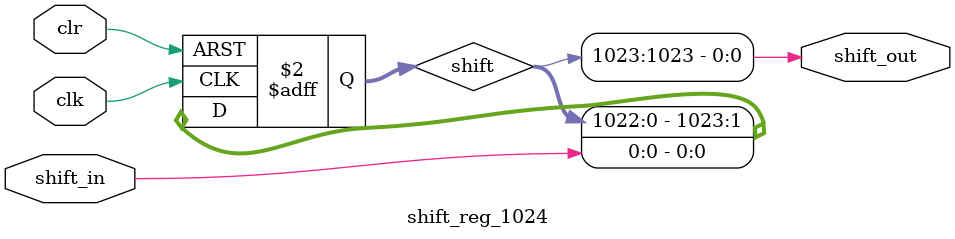
<source format=v>


module shift_reg_1024 #( parameter size = 1023 ) (shift_in, clk, clr, shift_out);

   // Port Declaration
   input   shift_in;
   input   clk;
   input   clr;
   output  shift_out;
   
   reg [ size:0 ] shift; // shift register  
   
    always @ (posedge clk or posedge clr)
     begin
	if (clr)
          shift = 0;	  	
	else 
	  shift = { shift[size-1:0] , shift_in } ;	
     end
   
   assign shift_out = shift[size];   
   
endmodule 

</source>
